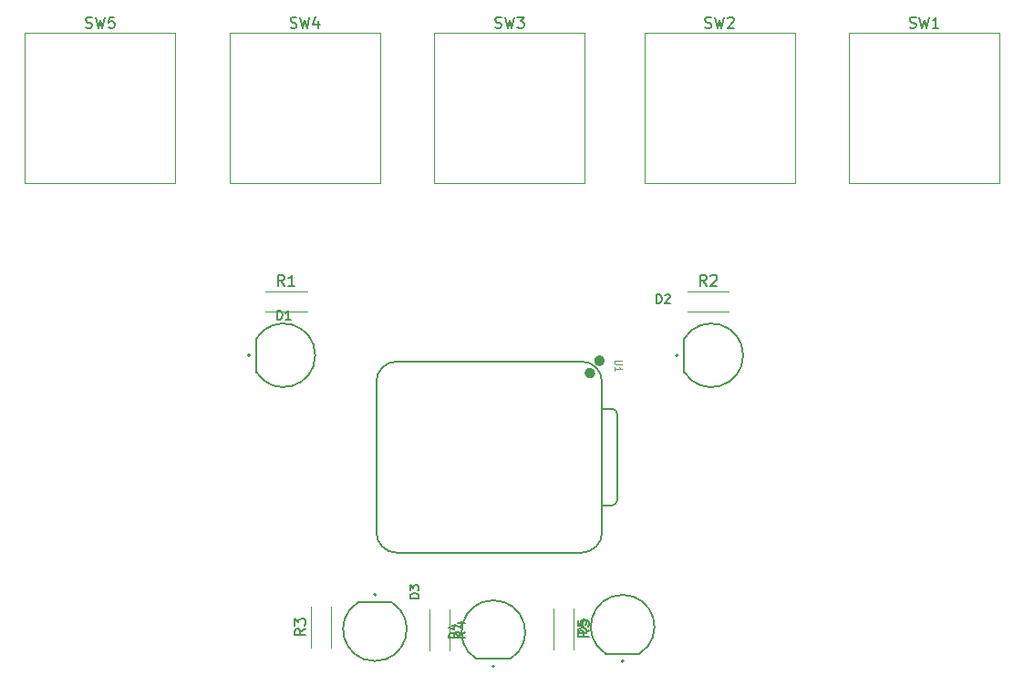
<source format=gbr>
%TF.GenerationSoftware,KiCad,Pcbnew,8.0.1*%
%TF.CreationDate,2025-07-05T17:57:54-03:00*%
%TF.ProjectId,camera,63616d65-7261-42e6-9b69-6361645f7063,rev?*%
%TF.SameCoordinates,Original*%
%TF.FileFunction,Legend,Top*%
%TF.FilePolarity,Positive*%
%FSLAX46Y46*%
G04 Gerber Fmt 4.6, Leading zero omitted, Abs format (unit mm)*
G04 Created by KiCad (PCBNEW 8.0.1) date 2025-07-05 17:57:54*
%MOMM*%
%LPD*%
G01*
G04 APERTURE LIST*
%ADD10C,0.101600*%
%ADD11C,0.150000*%
%ADD12C,0.127000*%
%ADD13C,0.100000*%
%ADD14C,0.504000*%
%ADD15C,0.120000*%
%ADD16C,0.200000*%
G04 APERTURE END LIST*
D10*
X157403520Y-104458190D02*
X156889473Y-104458190D01*
X156889473Y-104458190D02*
X156828997Y-104488428D01*
X156828997Y-104488428D02*
X156798759Y-104518666D01*
X156798759Y-104518666D02*
X156768520Y-104579142D01*
X156768520Y-104579142D02*
X156768520Y-104700095D01*
X156768520Y-104700095D02*
X156798759Y-104760571D01*
X156798759Y-104760571D02*
X156828997Y-104790809D01*
X156828997Y-104790809D02*
X156889473Y-104821047D01*
X156889473Y-104821047D02*
X157403520Y-104821047D01*
X156768520Y-105456047D02*
X156768520Y-105093190D01*
X156768520Y-105274618D02*
X157403520Y-105274618D01*
X157403520Y-105274618D02*
X157312806Y-105214142D01*
X157312806Y-105214142D02*
X157252330Y-105153666D01*
X157252330Y-105153666D02*
X157222092Y-105093190D01*
D11*
X107678667Y-73515200D02*
X107821524Y-73562819D01*
X107821524Y-73562819D02*
X108059619Y-73562819D01*
X108059619Y-73562819D02*
X108154857Y-73515200D01*
X108154857Y-73515200D02*
X108202476Y-73467580D01*
X108202476Y-73467580D02*
X108250095Y-73372342D01*
X108250095Y-73372342D02*
X108250095Y-73277104D01*
X108250095Y-73277104D02*
X108202476Y-73181866D01*
X108202476Y-73181866D02*
X108154857Y-73134247D01*
X108154857Y-73134247D02*
X108059619Y-73086628D01*
X108059619Y-73086628D02*
X107869143Y-73039009D01*
X107869143Y-73039009D02*
X107773905Y-72991390D01*
X107773905Y-72991390D02*
X107726286Y-72943771D01*
X107726286Y-72943771D02*
X107678667Y-72848533D01*
X107678667Y-72848533D02*
X107678667Y-72753295D01*
X107678667Y-72753295D02*
X107726286Y-72658057D01*
X107726286Y-72658057D02*
X107773905Y-72610438D01*
X107773905Y-72610438D02*
X107869143Y-72562819D01*
X107869143Y-72562819D02*
X108107238Y-72562819D01*
X108107238Y-72562819D02*
X108250095Y-72610438D01*
X108583429Y-72562819D02*
X108821524Y-73562819D01*
X108821524Y-73562819D02*
X109012000Y-72848533D01*
X109012000Y-72848533D02*
X109202476Y-73562819D01*
X109202476Y-73562819D02*
X109440572Y-72562819D01*
X110297714Y-72562819D02*
X109821524Y-72562819D01*
X109821524Y-72562819D02*
X109773905Y-73039009D01*
X109773905Y-73039009D02*
X109821524Y-72991390D01*
X109821524Y-72991390D02*
X109916762Y-72943771D01*
X109916762Y-72943771D02*
X110154857Y-72943771D01*
X110154857Y-72943771D02*
X110250095Y-72991390D01*
X110250095Y-72991390D02*
X110297714Y-73039009D01*
X110297714Y-73039009D02*
X110345333Y-73134247D01*
X110345333Y-73134247D02*
X110345333Y-73372342D01*
X110345333Y-73372342D02*
X110297714Y-73467580D01*
X110297714Y-73467580D02*
X110250095Y-73515200D01*
X110250095Y-73515200D02*
X110154857Y-73562819D01*
X110154857Y-73562819D02*
X109916762Y-73562819D01*
X109916762Y-73562819D02*
X109821524Y-73515200D01*
X109821524Y-73515200D02*
X109773905Y-73467580D01*
X126678667Y-73515200D02*
X126821524Y-73562819D01*
X126821524Y-73562819D02*
X127059619Y-73562819D01*
X127059619Y-73562819D02*
X127154857Y-73515200D01*
X127154857Y-73515200D02*
X127202476Y-73467580D01*
X127202476Y-73467580D02*
X127250095Y-73372342D01*
X127250095Y-73372342D02*
X127250095Y-73277104D01*
X127250095Y-73277104D02*
X127202476Y-73181866D01*
X127202476Y-73181866D02*
X127154857Y-73134247D01*
X127154857Y-73134247D02*
X127059619Y-73086628D01*
X127059619Y-73086628D02*
X126869143Y-73039009D01*
X126869143Y-73039009D02*
X126773905Y-72991390D01*
X126773905Y-72991390D02*
X126726286Y-72943771D01*
X126726286Y-72943771D02*
X126678667Y-72848533D01*
X126678667Y-72848533D02*
X126678667Y-72753295D01*
X126678667Y-72753295D02*
X126726286Y-72658057D01*
X126726286Y-72658057D02*
X126773905Y-72610438D01*
X126773905Y-72610438D02*
X126869143Y-72562819D01*
X126869143Y-72562819D02*
X127107238Y-72562819D01*
X127107238Y-72562819D02*
X127250095Y-72610438D01*
X127583429Y-72562819D02*
X127821524Y-73562819D01*
X127821524Y-73562819D02*
X128012000Y-72848533D01*
X128012000Y-72848533D02*
X128202476Y-73562819D01*
X128202476Y-73562819D02*
X128440572Y-72562819D01*
X129250095Y-72896152D02*
X129250095Y-73562819D01*
X129012000Y-72515200D02*
X128773905Y-73229485D01*
X128773905Y-73229485D02*
X129392952Y-73229485D01*
X145678667Y-73515200D02*
X145821524Y-73562819D01*
X145821524Y-73562819D02*
X146059619Y-73562819D01*
X146059619Y-73562819D02*
X146154857Y-73515200D01*
X146154857Y-73515200D02*
X146202476Y-73467580D01*
X146202476Y-73467580D02*
X146250095Y-73372342D01*
X146250095Y-73372342D02*
X146250095Y-73277104D01*
X146250095Y-73277104D02*
X146202476Y-73181866D01*
X146202476Y-73181866D02*
X146154857Y-73134247D01*
X146154857Y-73134247D02*
X146059619Y-73086628D01*
X146059619Y-73086628D02*
X145869143Y-73039009D01*
X145869143Y-73039009D02*
X145773905Y-72991390D01*
X145773905Y-72991390D02*
X145726286Y-72943771D01*
X145726286Y-72943771D02*
X145678667Y-72848533D01*
X145678667Y-72848533D02*
X145678667Y-72753295D01*
X145678667Y-72753295D02*
X145726286Y-72658057D01*
X145726286Y-72658057D02*
X145773905Y-72610438D01*
X145773905Y-72610438D02*
X145869143Y-72562819D01*
X145869143Y-72562819D02*
X146107238Y-72562819D01*
X146107238Y-72562819D02*
X146250095Y-72610438D01*
X146583429Y-72562819D02*
X146821524Y-73562819D01*
X146821524Y-73562819D02*
X147012000Y-72848533D01*
X147012000Y-72848533D02*
X147202476Y-73562819D01*
X147202476Y-73562819D02*
X147440572Y-72562819D01*
X147726286Y-72562819D02*
X148345333Y-72562819D01*
X148345333Y-72562819D02*
X148012000Y-72943771D01*
X148012000Y-72943771D02*
X148154857Y-72943771D01*
X148154857Y-72943771D02*
X148250095Y-72991390D01*
X148250095Y-72991390D02*
X148297714Y-73039009D01*
X148297714Y-73039009D02*
X148345333Y-73134247D01*
X148345333Y-73134247D02*
X148345333Y-73372342D01*
X148345333Y-73372342D02*
X148297714Y-73467580D01*
X148297714Y-73467580D02*
X148250095Y-73515200D01*
X148250095Y-73515200D02*
X148154857Y-73562819D01*
X148154857Y-73562819D02*
X147869143Y-73562819D01*
X147869143Y-73562819D02*
X147773905Y-73515200D01*
X147773905Y-73515200D02*
X147726286Y-73467580D01*
X165178667Y-73515200D02*
X165321524Y-73562819D01*
X165321524Y-73562819D02*
X165559619Y-73562819D01*
X165559619Y-73562819D02*
X165654857Y-73515200D01*
X165654857Y-73515200D02*
X165702476Y-73467580D01*
X165702476Y-73467580D02*
X165750095Y-73372342D01*
X165750095Y-73372342D02*
X165750095Y-73277104D01*
X165750095Y-73277104D02*
X165702476Y-73181866D01*
X165702476Y-73181866D02*
X165654857Y-73134247D01*
X165654857Y-73134247D02*
X165559619Y-73086628D01*
X165559619Y-73086628D02*
X165369143Y-73039009D01*
X165369143Y-73039009D02*
X165273905Y-72991390D01*
X165273905Y-72991390D02*
X165226286Y-72943771D01*
X165226286Y-72943771D02*
X165178667Y-72848533D01*
X165178667Y-72848533D02*
X165178667Y-72753295D01*
X165178667Y-72753295D02*
X165226286Y-72658057D01*
X165226286Y-72658057D02*
X165273905Y-72610438D01*
X165273905Y-72610438D02*
X165369143Y-72562819D01*
X165369143Y-72562819D02*
X165607238Y-72562819D01*
X165607238Y-72562819D02*
X165750095Y-72610438D01*
X166083429Y-72562819D02*
X166321524Y-73562819D01*
X166321524Y-73562819D02*
X166512000Y-72848533D01*
X166512000Y-72848533D02*
X166702476Y-73562819D01*
X166702476Y-73562819D02*
X166940572Y-72562819D01*
X167273905Y-72658057D02*
X167321524Y-72610438D01*
X167321524Y-72610438D02*
X167416762Y-72562819D01*
X167416762Y-72562819D02*
X167654857Y-72562819D01*
X167654857Y-72562819D02*
X167750095Y-72610438D01*
X167750095Y-72610438D02*
X167797714Y-72658057D01*
X167797714Y-72658057D02*
X167845333Y-72753295D01*
X167845333Y-72753295D02*
X167845333Y-72848533D01*
X167845333Y-72848533D02*
X167797714Y-72991390D01*
X167797714Y-72991390D02*
X167226286Y-73562819D01*
X167226286Y-73562819D02*
X167845333Y-73562819D01*
X184178667Y-73515200D02*
X184321524Y-73562819D01*
X184321524Y-73562819D02*
X184559619Y-73562819D01*
X184559619Y-73562819D02*
X184654857Y-73515200D01*
X184654857Y-73515200D02*
X184702476Y-73467580D01*
X184702476Y-73467580D02*
X184750095Y-73372342D01*
X184750095Y-73372342D02*
X184750095Y-73277104D01*
X184750095Y-73277104D02*
X184702476Y-73181866D01*
X184702476Y-73181866D02*
X184654857Y-73134247D01*
X184654857Y-73134247D02*
X184559619Y-73086628D01*
X184559619Y-73086628D02*
X184369143Y-73039009D01*
X184369143Y-73039009D02*
X184273905Y-72991390D01*
X184273905Y-72991390D02*
X184226286Y-72943771D01*
X184226286Y-72943771D02*
X184178667Y-72848533D01*
X184178667Y-72848533D02*
X184178667Y-72753295D01*
X184178667Y-72753295D02*
X184226286Y-72658057D01*
X184226286Y-72658057D02*
X184273905Y-72610438D01*
X184273905Y-72610438D02*
X184369143Y-72562819D01*
X184369143Y-72562819D02*
X184607238Y-72562819D01*
X184607238Y-72562819D02*
X184750095Y-72610438D01*
X185083429Y-72562819D02*
X185321524Y-73562819D01*
X185321524Y-73562819D02*
X185512000Y-72848533D01*
X185512000Y-72848533D02*
X185702476Y-73562819D01*
X185702476Y-73562819D02*
X185940572Y-72562819D01*
X186845333Y-73562819D02*
X186273905Y-73562819D01*
X186559619Y-73562819D02*
X186559619Y-72562819D01*
X186559619Y-72562819D02*
X186464381Y-72705676D01*
X186464381Y-72705676D02*
X186369143Y-72800914D01*
X186369143Y-72800914D02*
X186273905Y-72848533D01*
X154386819Y-129568666D02*
X153910628Y-129901999D01*
X154386819Y-130140094D02*
X153386819Y-130140094D01*
X153386819Y-130140094D02*
X153386819Y-129759142D01*
X153386819Y-129759142D02*
X153434438Y-129663904D01*
X153434438Y-129663904D02*
X153482057Y-129616285D01*
X153482057Y-129616285D02*
X153577295Y-129568666D01*
X153577295Y-129568666D02*
X153720152Y-129568666D01*
X153720152Y-129568666D02*
X153815390Y-129616285D01*
X153815390Y-129616285D02*
X153863009Y-129663904D01*
X153863009Y-129663904D02*
X153910628Y-129759142D01*
X153910628Y-129759142D02*
X153910628Y-130140094D01*
X153386819Y-128663904D02*
X153386819Y-129140094D01*
X153386819Y-129140094D02*
X153863009Y-129187713D01*
X153863009Y-129187713D02*
X153815390Y-129140094D01*
X153815390Y-129140094D02*
X153767771Y-129044856D01*
X153767771Y-129044856D02*
X153767771Y-128806761D01*
X153767771Y-128806761D02*
X153815390Y-128711523D01*
X153815390Y-128711523D02*
X153863009Y-128663904D01*
X153863009Y-128663904D02*
X153958247Y-128616285D01*
X153958247Y-128616285D02*
X154196342Y-128616285D01*
X154196342Y-128616285D02*
X154291580Y-128663904D01*
X154291580Y-128663904D02*
X154339200Y-128711523D01*
X154339200Y-128711523D02*
X154386819Y-128806761D01*
X154386819Y-128806761D02*
X154386819Y-129044856D01*
X154386819Y-129044856D02*
X154339200Y-129140094D01*
X154339200Y-129140094D02*
X154291580Y-129187713D01*
X142886819Y-129688666D02*
X142410628Y-130021999D01*
X142886819Y-130260094D02*
X141886819Y-130260094D01*
X141886819Y-130260094D02*
X141886819Y-129879142D01*
X141886819Y-129879142D02*
X141934438Y-129783904D01*
X141934438Y-129783904D02*
X141982057Y-129736285D01*
X141982057Y-129736285D02*
X142077295Y-129688666D01*
X142077295Y-129688666D02*
X142220152Y-129688666D01*
X142220152Y-129688666D02*
X142315390Y-129736285D01*
X142315390Y-129736285D02*
X142363009Y-129783904D01*
X142363009Y-129783904D02*
X142410628Y-129879142D01*
X142410628Y-129879142D02*
X142410628Y-130260094D01*
X142220152Y-128831523D02*
X142886819Y-128831523D01*
X141839200Y-129069618D02*
X142553485Y-129307713D01*
X142553485Y-129307713D02*
X142553485Y-128688666D01*
X128046819Y-129418666D02*
X127570628Y-129751999D01*
X128046819Y-129990094D02*
X127046819Y-129990094D01*
X127046819Y-129990094D02*
X127046819Y-129609142D01*
X127046819Y-129609142D02*
X127094438Y-129513904D01*
X127094438Y-129513904D02*
X127142057Y-129466285D01*
X127142057Y-129466285D02*
X127237295Y-129418666D01*
X127237295Y-129418666D02*
X127380152Y-129418666D01*
X127380152Y-129418666D02*
X127475390Y-129466285D01*
X127475390Y-129466285D02*
X127523009Y-129513904D01*
X127523009Y-129513904D02*
X127570628Y-129609142D01*
X127570628Y-129609142D02*
X127570628Y-129990094D01*
X127046819Y-129085332D02*
X127046819Y-128466285D01*
X127046819Y-128466285D02*
X127427771Y-128799618D01*
X127427771Y-128799618D02*
X127427771Y-128656761D01*
X127427771Y-128656761D02*
X127475390Y-128561523D01*
X127475390Y-128561523D02*
X127523009Y-128513904D01*
X127523009Y-128513904D02*
X127618247Y-128466285D01*
X127618247Y-128466285D02*
X127856342Y-128466285D01*
X127856342Y-128466285D02*
X127951580Y-128513904D01*
X127951580Y-128513904D02*
X127999200Y-128561523D01*
X127999200Y-128561523D02*
X128046819Y-128656761D01*
X128046819Y-128656761D02*
X128046819Y-128942475D01*
X128046819Y-128942475D02*
X127999200Y-129037713D01*
X127999200Y-129037713D02*
X127951580Y-129085332D01*
X165305333Y-97516819D02*
X164972000Y-97040628D01*
X164733905Y-97516819D02*
X164733905Y-96516819D01*
X164733905Y-96516819D02*
X165114857Y-96516819D01*
X165114857Y-96516819D02*
X165210095Y-96564438D01*
X165210095Y-96564438D02*
X165257714Y-96612057D01*
X165257714Y-96612057D02*
X165305333Y-96707295D01*
X165305333Y-96707295D02*
X165305333Y-96850152D01*
X165305333Y-96850152D02*
X165257714Y-96945390D01*
X165257714Y-96945390D02*
X165210095Y-96993009D01*
X165210095Y-96993009D02*
X165114857Y-97040628D01*
X165114857Y-97040628D02*
X164733905Y-97040628D01*
X165686286Y-96612057D02*
X165733905Y-96564438D01*
X165733905Y-96564438D02*
X165829143Y-96516819D01*
X165829143Y-96516819D02*
X166067238Y-96516819D01*
X166067238Y-96516819D02*
X166162476Y-96564438D01*
X166162476Y-96564438D02*
X166210095Y-96612057D01*
X166210095Y-96612057D02*
X166257714Y-96707295D01*
X166257714Y-96707295D02*
X166257714Y-96802533D01*
X166257714Y-96802533D02*
X166210095Y-96945390D01*
X166210095Y-96945390D02*
X165638667Y-97516819D01*
X165638667Y-97516819D02*
X166257714Y-97516819D01*
X126115333Y-97516819D02*
X125782000Y-97040628D01*
X125543905Y-97516819D02*
X125543905Y-96516819D01*
X125543905Y-96516819D02*
X125924857Y-96516819D01*
X125924857Y-96516819D02*
X126020095Y-96564438D01*
X126020095Y-96564438D02*
X126067714Y-96612057D01*
X126067714Y-96612057D02*
X126115333Y-96707295D01*
X126115333Y-96707295D02*
X126115333Y-96850152D01*
X126115333Y-96850152D02*
X126067714Y-96945390D01*
X126067714Y-96945390D02*
X126020095Y-96993009D01*
X126020095Y-96993009D02*
X125924857Y-97040628D01*
X125924857Y-97040628D02*
X125543905Y-97040628D01*
X127067714Y-97516819D02*
X126496286Y-97516819D01*
X126782000Y-97516819D02*
X126782000Y-96516819D01*
X126782000Y-96516819D02*
X126686762Y-96659676D01*
X126686762Y-96659676D02*
X126591524Y-96754914D01*
X126591524Y-96754914D02*
X126496286Y-96802533D01*
X154166295Y-129762475D02*
X153366295Y-129762475D01*
X153366295Y-129762475D02*
X153366295Y-129571999D01*
X153366295Y-129571999D02*
X153404390Y-129457713D01*
X153404390Y-129457713D02*
X153480580Y-129381523D01*
X153480580Y-129381523D02*
X153556771Y-129343428D01*
X153556771Y-129343428D02*
X153709152Y-129305332D01*
X153709152Y-129305332D02*
X153823438Y-129305332D01*
X153823438Y-129305332D02*
X153975819Y-129343428D01*
X153975819Y-129343428D02*
X154052009Y-129381523D01*
X154052009Y-129381523D02*
X154128200Y-129457713D01*
X154128200Y-129457713D02*
X154166295Y-129571999D01*
X154166295Y-129571999D02*
X154166295Y-129762475D01*
X153366295Y-128581523D02*
X153366295Y-128962475D01*
X153366295Y-128962475D02*
X153747247Y-129000571D01*
X153747247Y-129000571D02*
X153709152Y-128962475D01*
X153709152Y-128962475D02*
X153671057Y-128886285D01*
X153671057Y-128886285D02*
X153671057Y-128695809D01*
X153671057Y-128695809D02*
X153709152Y-128619618D01*
X153709152Y-128619618D02*
X153747247Y-128581523D01*
X153747247Y-128581523D02*
X153823438Y-128543428D01*
X153823438Y-128543428D02*
X154013914Y-128543428D01*
X154013914Y-128543428D02*
X154090104Y-128581523D01*
X154090104Y-128581523D02*
X154128200Y-128619618D01*
X154128200Y-128619618D02*
X154166295Y-128695809D01*
X154166295Y-128695809D02*
X154166295Y-128886285D01*
X154166295Y-128886285D02*
X154128200Y-128962475D01*
X154128200Y-128962475D02*
X154090104Y-129000571D01*
X142166295Y-130262475D02*
X141366295Y-130262475D01*
X141366295Y-130262475D02*
X141366295Y-130071999D01*
X141366295Y-130071999D02*
X141404390Y-129957713D01*
X141404390Y-129957713D02*
X141480580Y-129881523D01*
X141480580Y-129881523D02*
X141556771Y-129843428D01*
X141556771Y-129843428D02*
X141709152Y-129805332D01*
X141709152Y-129805332D02*
X141823438Y-129805332D01*
X141823438Y-129805332D02*
X141975819Y-129843428D01*
X141975819Y-129843428D02*
X142052009Y-129881523D01*
X142052009Y-129881523D02*
X142128200Y-129957713D01*
X142128200Y-129957713D02*
X142166295Y-130071999D01*
X142166295Y-130071999D02*
X142166295Y-130262475D01*
X141632961Y-129119618D02*
X142166295Y-129119618D01*
X141328200Y-129310094D02*
X141899628Y-129500571D01*
X141899628Y-129500571D02*
X141899628Y-129005332D01*
X138582295Y-126572475D02*
X137782295Y-126572475D01*
X137782295Y-126572475D02*
X137782295Y-126381999D01*
X137782295Y-126381999D02*
X137820390Y-126267713D01*
X137820390Y-126267713D02*
X137896580Y-126191523D01*
X137896580Y-126191523D02*
X137972771Y-126153428D01*
X137972771Y-126153428D02*
X138125152Y-126115332D01*
X138125152Y-126115332D02*
X138239438Y-126115332D01*
X138239438Y-126115332D02*
X138391819Y-126153428D01*
X138391819Y-126153428D02*
X138468009Y-126191523D01*
X138468009Y-126191523D02*
X138544200Y-126267713D01*
X138544200Y-126267713D02*
X138582295Y-126381999D01*
X138582295Y-126381999D02*
X138582295Y-126572475D01*
X137782295Y-125848666D02*
X137782295Y-125353428D01*
X137782295Y-125353428D02*
X138087057Y-125620094D01*
X138087057Y-125620094D02*
X138087057Y-125505809D01*
X138087057Y-125505809D02*
X138125152Y-125429618D01*
X138125152Y-125429618D02*
X138163247Y-125391523D01*
X138163247Y-125391523D02*
X138239438Y-125353428D01*
X138239438Y-125353428D02*
X138429914Y-125353428D01*
X138429914Y-125353428D02*
X138506104Y-125391523D01*
X138506104Y-125391523D02*
X138544200Y-125429618D01*
X138544200Y-125429618D02*
X138582295Y-125505809D01*
X138582295Y-125505809D02*
X138582295Y-125734380D01*
X138582295Y-125734380D02*
X138544200Y-125810571D01*
X138544200Y-125810571D02*
X138506104Y-125848666D01*
X160691524Y-99136295D02*
X160691524Y-98336295D01*
X160691524Y-98336295D02*
X160882000Y-98336295D01*
X160882000Y-98336295D02*
X160996286Y-98374390D01*
X160996286Y-98374390D02*
X161072476Y-98450580D01*
X161072476Y-98450580D02*
X161110571Y-98526771D01*
X161110571Y-98526771D02*
X161148667Y-98679152D01*
X161148667Y-98679152D02*
X161148667Y-98793438D01*
X161148667Y-98793438D02*
X161110571Y-98945819D01*
X161110571Y-98945819D02*
X161072476Y-99022009D01*
X161072476Y-99022009D02*
X160996286Y-99098200D01*
X160996286Y-99098200D02*
X160882000Y-99136295D01*
X160882000Y-99136295D02*
X160691524Y-99136295D01*
X161453428Y-98412485D02*
X161491524Y-98374390D01*
X161491524Y-98374390D02*
X161567714Y-98336295D01*
X161567714Y-98336295D02*
X161758190Y-98336295D01*
X161758190Y-98336295D02*
X161834381Y-98374390D01*
X161834381Y-98374390D02*
X161872476Y-98412485D01*
X161872476Y-98412485D02*
X161910571Y-98488676D01*
X161910571Y-98488676D02*
X161910571Y-98564866D01*
X161910571Y-98564866D02*
X161872476Y-98679152D01*
X161872476Y-98679152D02*
X161415333Y-99136295D01*
X161415333Y-99136295D02*
X161910571Y-99136295D01*
X125461524Y-100636295D02*
X125461524Y-99836295D01*
X125461524Y-99836295D02*
X125652000Y-99836295D01*
X125652000Y-99836295D02*
X125766286Y-99874390D01*
X125766286Y-99874390D02*
X125842476Y-99950580D01*
X125842476Y-99950580D02*
X125880571Y-100026771D01*
X125880571Y-100026771D02*
X125918667Y-100179152D01*
X125918667Y-100179152D02*
X125918667Y-100293438D01*
X125918667Y-100293438D02*
X125880571Y-100445819D01*
X125880571Y-100445819D02*
X125842476Y-100522009D01*
X125842476Y-100522009D02*
X125766286Y-100598200D01*
X125766286Y-100598200D02*
X125652000Y-100636295D01*
X125652000Y-100636295D02*
X125461524Y-100636295D01*
X126680571Y-100636295D02*
X126223428Y-100636295D01*
X126452000Y-100636295D02*
X126452000Y-99836295D01*
X126452000Y-99836295D02*
X126375809Y-99950580D01*
X126375809Y-99950580D02*
X126299619Y-100026771D01*
X126299619Y-100026771D02*
X126223428Y-100064866D01*
D12*
%TO.C,U1*%
X136548000Y-104552000D02*
X153693000Y-104552000D01*
X134643000Y-106457000D02*
X134643000Y-120427000D01*
X155598000Y-108947000D02*
X156508272Y-108950728D01*
X157008000Y-109450728D02*
X157008000Y-117446000D01*
X156508000Y-117946000D02*
X155598000Y-117946000D01*
D13*
X155598000Y-120427000D02*
X155598000Y-106457000D01*
D12*
X155598000Y-120427000D02*
X155598000Y-106457000D01*
X136548000Y-122332000D02*
X153693000Y-122332000D01*
X153693000Y-104552000D02*
G75*
G02*
X155598000Y-106457000I-1J-1905001D01*
G01*
X134643000Y-106457000D02*
G75*
G02*
X136548000Y-104552000I1905001J-1D01*
G01*
X156508272Y-108950728D02*
G75*
G02*
X157007999Y-109450728I-291J-500018D01*
G01*
X157008000Y-117446000D02*
G75*
G02*
X156508000Y-117946000I-500000J0D01*
G01*
X155598000Y-120427000D02*
G75*
G02*
X153693000Y-122332000I-1905000J0D01*
G01*
X136548000Y-122332000D02*
G75*
G02*
X134643000Y-120427000I0J1905000D01*
G01*
D14*
X155609000Y-104492000D02*
G75*
G02*
X155105000Y-104492000I-252000J0D01*
G01*
X155105000Y-104492000D02*
G75*
G02*
X155609000Y-104492000I252000J0D01*
G01*
X154729000Y-105635000D02*
G75*
G02*
X154225000Y-105635000I-252000J0D01*
G01*
X154225000Y-105635000D02*
G75*
G02*
X154729000Y-105635000I252000J0D01*
G01*
D15*
%TO.C,SW5*%
X102027000Y-73997000D02*
X115997000Y-73997000D01*
X102027000Y-87967000D02*
X102027000Y-73997000D01*
X115997000Y-73997000D02*
X115997000Y-87967000D01*
X115997000Y-87967000D02*
X102027000Y-87967000D01*
%TO.C,SW4*%
X121027000Y-73997000D02*
X134997000Y-73997000D01*
X121027000Y-87967000D02*
X121027000Y-73997000D01*
X134997000Y-73997000D02*
X134997000Y-87967000D01*
X134997000Y-87967000D02*
X121027000Y-87967000D01*
%TO.C,SW3*%
X140027000Y-73997000D02*
X153997000Y-73997000D01*
X140027000Y-87967000D02*
X140027000Y-73997000D01*
X153997000Y-73997000D02*
X153997000Y-87967000D01*
X153997000Y-87967000D02*
X140027000Y-87967000D01*
%TO.C,SW2*%
X159527000Y-73997000D02*
X173497000Y-73997000D01*
X159527000Y-87967000D02*
X159527000Y-73997000D01*
X173497000Y-73997000D02*
X173497000Y-87967000D01*
X173497000Y-87967000D02*
X159527000Y-87967000D01*
%TO.C,SW1*%
X192497000Y-87967000D02*
X178527000Y-87967000D01*
X192497000Y-73997000D02*
X192497000Y-87967000D01*
X178527000Y-87967000D02*
X178527000Y-73997000D01*
X178527000Y-73997000D02*
X192497000Y-73997000D01*
%TO.C,R5*%
X152932000Y-127482000D02*
X152932000Y-131322000D01*
X151092000Y-127482000D02*
X151092000Y-131322000D01*
%TO.C,R4*%
X139592000Y-127602000D02*
X139592000Y-131442000D01*
X141432000Y-127602000D02*
X141432000Y-131442000D01*
%TO.C,R3*%
X130432000Y-131172000D02*
X130432000Y-127332000D01*
X128592000Y-131172000D02*
X128592000Y-127332000D01*
%TO.C,R2*%
X163552000Y-99902000D02*
X167392000Y-99902000D01*
X163552000Y-98062000D02*
X167392000Y-98062000D01*
%TO.C,R1*%
X124362000Y-98062000D02*
X128202000Y-98062000D01*
X124362000Y-99902000D02*
X128202000Y-99902000D01*
D12*
%TO.C,D5*%
X155946000Y-131712000D02*
G75*
G02*
X159078000Y-131712000I1566000J2506124D01*
G01*
X155946000Y-131712000D02*
X159078000Y-131712000D01*
D16*
X157612000Y-132412000D02*
G75*
G02*
X157412000Y-132412000I-100000J0D01*
G01*
X157412000Y-132412000D02*
G75*
G02*
X157612000Y-132412000I100000J0D01*
G01*
D12*
%TO.C,D4*%
X143946000Y-132212000D02*
G75*
G02*
X147078000Y-132212000I1566000J2506124D01*
G01*
X143946000Y-132212000D02*
X147078000Y-132212000D01*
D16*
X145612000Y-132912000D02*
G75*
G02*
X145412000Y-132912000I-100000J0D01*
G01*
X145412000Y-132912000D02*
G75*
G02*
X145612000Y-132912000I100000J0D01*
G01*
%TO.C,D3*%
X134612000Y-126242000D02*
G75*
G02*
X134412000Y-126242000I-100000J0D01*
G01*
X134412000Y-126242000D02*
G75*
G02*
X134612000Y-126242000I100000J0D01*
G01*
D12*
X136078000Y-126942000D02*
X132946000Y-126942000D01*
X136078000Y-126942000D02*
G75*
G02*
X132946000Y-126942000I-1566000J-2506124D01*
G01*
%TO.C,D2*%
X163242000Y-102416000D02*
G75*
G02*
X163242000Y-105548000I2506124J-1566000D01*
G01*
X163242000Y-102416000D02*
X163242000Y-105548000D01*
D16*
X162642000Y-103982000D02*
G75*
G02*
X162442000Y-103982000I-100000J0D01*
G01*
X162442000Y-103982000D02*
G75*
G02*
X162642000Y-103982000I100000J0D01*
G01*
%TO.C,D1*%
X122912000Y-103982000D02*
G75*
G02*
X122712000Y-103982000I-100000J0D01*
G01*
X122712000Y-103982000D02*
G75*
G02*
X122912000Y-103982000I100000J0D01*
G01*
D12*
X123512000Y-102416000D02*
X123512000Y-105548000D01*
X123512000Y-102416000D02*
G75*
G02*
X123512000Y-105548000I2506124J-1566000D01*
G01*
%TD*%
M02*

</source>
